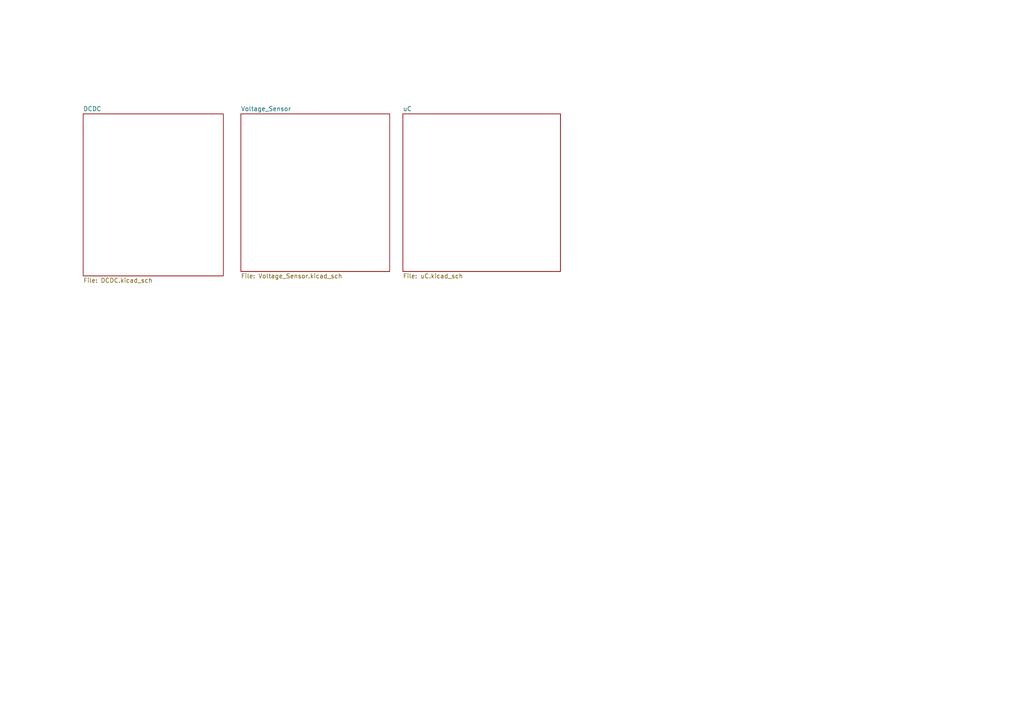
<source format=kicad_sch>
(kicad_sch
	(version 20250114)
	(generator "eeschema")
	(generator_version "9.0")
	(uuid "69b0621f-5586-4073-89bf-b1438360aa11")
	(paper "A4")
	(lib_symbols)
	(sheet
		(at 116.84 33.02)
		(size 45.72 45.72)
		(exclude_from_sim no)
		(in_bom yes)
		(on_board yes)
		(dnp no)
		(fields_autoplaced yes)
		(stroke
			(width 0.1524)
			(type solid)
		)
		(fill
			(color 0 0 0 0.0000)
		)
		(uuid "d1804225-ed90-4c3f-9338-64e62993aef9")
		(property "Sheetname" "uC"
			(at 116.84 32.3084 0)
			(effects
				(font
					(size 1.27 1.27)
				)
				(justify left bottom)
			)
		)
		(property "Sheetfile" "uC.kicad_sch"
			(at 116.84 79.3246 0)
			(effects
				(font
					(size 1.27 1.27)
				)
				(justify left top)
			)
		)
		(instances
			(project "SwitchBoardController"
				(path "/69b0621f-5586-4073-89bf-b1438360aa11"
					(page "4")
				)
			)
		)
	)
	(sheet
		(at 24.13 33.02)
		(size 40.64 46.99)
		(exclude_from_sim no)
		(in_bom yes)
		(on_board yes)
		(dnp no)
		(fields_autoplaced yes)
		(stroke
			(width 0.1524)
			(type solid)
		)
		(fill
			(color 0 0 0 0.0000)
		)
		(uuid "e204ae91-c5ce-46a9-83d2-2d7fe4f9cce3")
		(property "Sheetname" "DCDC"
			(at 24.13 32.3084 0)
			(effects
				(font
					(size 1.27 1.27)
				)
				(justify left bottom)
			)
		)
		(property "Sheetfile" "DCDC.kicad_sch"
			(at 24.13 80.5946 0)
			(effects
				(font
					(size 1.27 1.27)
				)
				(justify left top)
			)
		)
		(instances
			(project "SwitchBoardController"
				(path "/69b0621f-5586-4073-89bf-b1438360aa11"
					(page "2")
				)
			)
		)
	)
	(sheet
		(at 69.85 33.02)
		(size 43.18 45.72)
		(exclude_from_sim no)
		(in_bom yes)
		(on_board yes)
		(dnp no)
		(fields_autoplaced yes)
		(stroke
			(width 0.1524)
			(type solid)
		)
		(fill
			(color 0 0 0 0.0000)
		)
		(uuid "e22da67a-22c2-48dd-a548-e19c56bdc663")
		(property "Sheetname" "Voltage_Sensor"
			(at 69.85 32.3084 0)
			(effects
				(font
					(size 1.27 1.27)
				)
				(justify left bottom)
			)
		)
		(property "Sheetfile" "Voltage_Sensor.kicad_sch"
			(at 69.85 79.3246 0)
			(effects
				(font
					(size 1.27 1.27)
				)
				(justify left top)
			)
		)
		(instances
			(project "SwitchBoardController"
				(path "/69b0621f-5586-4073-89bf-b1438360aa11"
					(page "3")
				)
			)
		)
	)
	(sheet_instances
		(path "/"
			(page "1")
		)
	)
	(embedded_fonts no)
)

</source>
